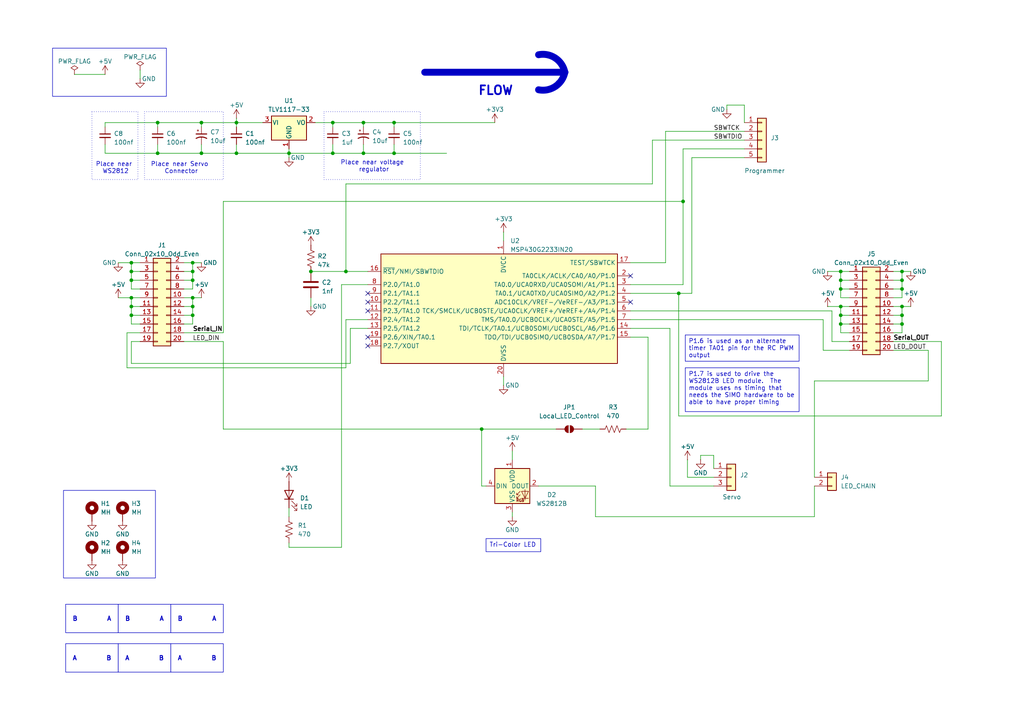
<source format=kicad_sch>
(kicad_sch (version 20231120) (generator "eeschema") (generator_version "8.0")
  (paper "A4")
  (title_block (title "Wooden Mirror"))
  (lib_symbols
    (symbol "Connector_Generic:Conn_01x02" (pin_names (offset 1.016) hide)
      (property "Reference" "J" (at 0 2.54 0))
      (property "Value" "Conn_01x02" (at 0 -5.08 0))
      (symbol "Conn_01x02_1_1"
        (rectangle (start -1.27 -2.413) (end 0 -2.667) (stroke (width 0.1524)))
        (rectangle (start -1.27 0.127) (end 0 -0.127) (stroke (width 0.1524)))
        (rectangle (start -1.27 1.27) (end 1.27 -3.81) (stroke (width 0.254)) (fill (type background)))
        (pin passive line (at -5.08 0 0) (length 3.81) (name "Pin_1") (number "1"))
        (pin passive line (at -5.08 -2.54 0) (length 3.81) (name "Pin_2") (number "2"))
      )
    )
    (symbol "Connector_Generic:Conn_01x03" (pin_names (offset 1.016) hide)
      (property "Reference" "J" (at 0 5.08 0))
      (property "Value" "Conn_01x03" (at 0 -5.08 0))
      (symbol "Conn_01x03_1_1"
        (rectangle (start -1.27 -2.413) (end 0 -2.667) (stroke (width 0.1524)))
        (rectangle (start -1.27 0.127) (end 0 -0.127) (stroke (width 0.1524)))
        (rectangle (start -1.27 2.667) (end 0 2.413) (stroke (width 0.1524)))
        (rectangle (start -1.27 3.81) (end 1.27 -3.81) (stroke (width 0.254)) (fill (type background)))
        (pin passive line (at -5.08 2.54 0) (length 3.81) (name "Pin_1") (number "1"))
        (pin passive line (at -5.08 0 0) (length 3.81) (name "Pin_2") (number "2"))
        (pin passive line (at -5.08 -2.54 0) (length 3.81) (name "Pin_3") (number "3"))
      )
    )
    (symbol "Connector_Generic:Conn_01x05" (pin_names (offset 1.016) hide)
      (property "Reference" "J" (at 0 7.62 0))
      (property "Value" "Conn_01x05" (at 0 -7.62 0))
      (symbol "Conn_01x05_1_1"
        (rectangle (start -1.27 -4.953) (end 0 -5.207) (stroke (width 0.1524)))
        (rectangle (start -1.27 -2.413) (end 0 -2.667) (stroke (width 0.1524)))
        (rectangle (start -1.27 0.127) (end 0 -0.127) (stroke (width 0.1524)))
        (rectangle (start -1.27 2.667) (end 0 2.413) (stroke (width 0.1524)))
        (rectangle (start -1.27 5.207) (end 0 4.953) (stroke (width 0.1524)))
        (rectangle (start -1.27 6.35) (end 1.27 -6.35) (stroke (width 0.254)) (fill (type background)))
        (pin passive line (at -5.08 5.08 0) (length 3.81) (name "Pin_1") (number "1"))
        (pin passive line (at -5.08 2.54 0) (length 3.81) (name "Pin_2") (number "2"))
        (pin passive line (at -5.08 0 0) (length 3.81) (name "Pin_3") (number "3"))
        (pin passive line (at -5.08 -2.54 0) (length 3.81) (name "Pin_4") (number "4"))
        (pin passive line (at -5.08 -5.08 0) (length 3.81) (name "Pin_5") (number "5"))
      )
    )
    (symbol "Connector_Generic:Conn_02x10_Odd_Even" (pin_names (offset 1.016) hide)
      (property "Reference" "J" (at 1.27 12.7 0))
      (property "Value" "Conn_02x10_Odd_Even" (at 1.27 -15.24 0))
      (symbol "Conn_02x10_Odd_Even_1_1"
        (rectangle (start -1.27 -12.573) (end 0 -12.827) (stroke (width 0.1524)))
        (rectangle (start -1.27 -10.033) (end 0 -10.287) (stroke (width 0.1524)))
        (rectangle (start -1.27 -7.493) (end 0 -7.747) (stroke (width 0.1524)))
        (rectangle (start -1.27 -4.953) (end 0 -5.207) (stroke (width 0.1524)))
        (rectangle (start -1.27 -2.413) (end 0 -2.667) (stroke (width 0.1524)))
        (rectangle (start -1.27 0.127) (end 0 -0.127) (stroke (width 0.1524)))
        (rectangle (start -1.27 2.667) (end 0 2.413) (stroke (width 0.1524)))
        (rectangle (start -1.27 5.207) (end 0 4.953) (stroke (width 0.1524)))
        (rectangle (start -1.27 7.747) (end 0 7.493) (stroke (width 0.1524)))
        (rectangle (start -1.27 10.287) (end 0 10.033) (stroke (width 0.1524)))
        (rectangle (start -1.27 11.43) (end 3.81 -13.97) (stroke (width 0.254)) (fill (type background)))
        (rectangle (start 3.81 -12.573) (end 2.54 -12.827) (stroke (width 0.1524)))
        (rectangle (start 3.81 -10.033) (end 2.54 -10.287) (stroke (width 0.1524)))
        (rectangle (start 3.81 -7.493) (end 2.54 -7.747) (stroke (width 0.1524)))
        (rectangle (start 3.81 -4.953) (end 2.54 -5.207) (stroke (width 0.1524)))
        (rectangle (start 3.81 -2.413) (end 2.54 -2.667) (stroke (width 0.1524)))
        (rectangle (start 3.81 0.127) (end 2.54 -0.127) (stroke (width 0.1524)))
        (rectangle (start 3.81 2.667) (end 2.54 2.413) (stroke (width 0.1524)))
        (rectangle (start 3.81 5.207) (end 2.54 4.953) (stroke (width 0.1524)))
        (rectangle (start 3.81 7.747) (end 2.54 7.493) (stroke (width 0.1524)))
        (rectangle (start 3.81 10.287) (end 2.54 10.033) (stroke (width 0.1524)))
        (pin passive line (at -5.08 10.16 0) (length 3.81) (name "Pin_1") (number "1"))
        (pin passive line (at 7.62 0 180) (length 3.81) (name "Pin_10") (number "10"))
        (pin passive line (at -5.08 -2.54 0) (length 3.81) (name "Pin_11") (number "11"))
        (pin passive line (at 7.62 -2.54 180) (length 3.81) (name "Pin_12") (number "12"))
        (pin passive line (at -5.08 -5.08 0) (length 3.81) (name "Pin_13") (number "13"))
        (pin passive line (at 7.62 -5.08 180) (length 3.81) (name "Pin_14") (number "14"))
        (pin passive line (at -5.08 -7.62 0) (length 3.81) (name "Pin_15") (number "15"))
        (pin passive line (at 7.62 -7.62 180) (length 3.81) (name "Pin_16") (number "16"))
        (pin passive line (at -5.08 -10.16 0) (length 3.81) (name "Pin_17") (number "17"))
        (pin passive line (at 7.62 -10.16 180) (length 3.81) (name "Pin_18") (number "18"))
        (pin passive line (at -5.08 -12.7 0) (length 3.81) (name "Pin_19") (number "19"))
        (pin passive line (at 7.62 10.16 180) (length 3.81) (name "Pin_2") (number "2"))
        (pin passive line (at 7.62 -12.7 180) (length 3.81) (name "Pin_20") (number "20"))
        (pin passive line (at -5.08 7.62 0) (length 3.81) (name "Pin_3") (number "3"))
        (pin passive line (at 7.62 7.62 180) (length 3.81) (name "Pin_4") (number "4"))
        (pin passive line (at -5.08 5.08 0) (length 3.81) (name "Pin_5") (number "5"))
        (pin passive line (at 7.62 5.08 180) (length 3.81) (name "Pin_6") (number "6"))
        (pin passive line (at -5.08 2.54 0) (length 3.81) (name "Pin_7") (number "7"))
        (pin passive line (at 7.62 2.54 180) (length 3.81) (name "Pin_8") (number "8"))
        (pin passive line (at -5.08 0 0) (length 3.81) (name "Pin_9") (number "9"))
      )
    )
    (symbol "Device:C" (pin_numbers hide) (pin_names (offset 0.254))
      (property "Reference" "C" (at 0.635 2.54 0))
      (property "Value" "C" (at 0.635 -2.54 0))
      (symbol "C_0_1"
        (polyline (pts (xy -2.032 -0.762) (xy 2.032 -0.762)) (stroke (width 0.508)))
        (polyline (pts (xy -2.032 0.762) (xy 2.032 0.762)) (stroke (width 0.508)))
      )
      (symbol "C_1_1"
        (pin passive line (at 0 3.81 270) (length 2.794) (name "~") (number "1"))
        (pin passive line (at 0 -3.81 90) (length 2.794) (name "~") (number "2"))
      )
    )
    (symbol "Device:C_Polarized_Small_US" (pin_numbers hide) (pin_names (offset 0.254) hide)
      (property "Reference" "C" (at 0.254 1.778 0))
      (property "Value" "C_Polarized_Small_US" (at 0.254 -2.032 0))
      (symbol "C_Polarized_Small_US_0_1"
        (polyline (pts (xy -1.524 0.508) (xy 1.524 0.508)) (stroke (width 0.3048)))
        (polyline (pts (xy -1.27 1.524) (xy -0.762 1.524)))
        (polyline (pts (xy -1.016 1.27) (xy -1.016 1.778)))
        (arc (start 1.524 -0.762) (mid 0 -0.3734) (end -1.524 -0.762) (stroke (width 0.3048)))
      )
      (symbol "C_Polarized_Small_US_1_1"
        (pin passive line (at 0 2.54 270) (length 2.032) (name "~") (number "1"))
        (pin passive line (at 0 -2.54 90) (length 2.032) (name "~") (number "2"))
      )
    )
    (symbol "Device:C_Small" (pin_numbers hide) (pin_names (offset 0.254) hide)
      (property "Reference" "C" (at 0.254 1.778 0))
      (property "Value" "C_Small" (at 0.254 -2.032 0))
      (symbol "C_Small_0_1"
        (polyline (pts (xy -1.524 -0.508) (xy 1.524 -0.508)) (stroke (width 0.3302)))
        (polyline (pts (xy -1.524 0.508) (xy 1.524 0.508)) (stroke (width 0.3048)))
      )
      (symbol "C_Small_1_1"
        (pin passive line (at 0 2.54 270) (length 2.032) (name "~") (number "1"))
        (pin passive line (at 0 -2.54 90) (length 2.032) (name "~") (number "2"))
      )
    )
    (symbol "Device:LED" (pin_numbers hide) (pin_names (offset 1.016) hide)
      (property "Reference" "D" (at 0 2.54 0))
      (property "Value" "LED" (at 0 -2.54 0))
      (symbol "LED_0_1"
        (polyline (pts (xy -1.27 -1.27) (xy -1.27 1.27)) (stroke (width 0.254)))
        (polyline (pts (xy -1.27 0) (xy 1.27 0)))
        (polyline (pts (xy 1.27 -1.27) (xy 1.27 1.27) (xy -1.27 0) (xy 1.27 -1.27)) (stroke (width 0.254)))
        (polyline (pts (xy -3.048 -0.762) (xy -4.572 -2.286) (xy -3.81 -2.286) (xy -4.572 -2.286) (xy -4.572 -1.524)))
        (polyline (pts (xy -1.778 -0.762) (xy -3.302 -2.286) (xy -2.54 -2.286) (xy -3.302 -2.286) (xy -3.302 -1.524)))
      )
      (symbol "LED_1_1"
        (pin passive line (at -3.81 0 0) (length 2.54) (name "K") (number "1"))
        (pin passive line (at 3.81 0 180) (length 2.54) (name "A") (number "2"))
      )
    )
    (symbol "Device:R_US" (pin_numbers hide) (pin_names (offset 0))
      (property "Reference" "R" (at 2.54 0 90))
      (property "Value" "R_US" (at -2.54 0 90))
      (symbol "R_US_0_1"
        (polyline (pts (xy 0 -2.286) (xy 0 -2.54)))
        (polyline (pts (xy 0 2.286) (xy 0 2.54)))
        (polyline (pts (xy 0 -0.762) (xy 1.016 -1.143) (xy 0 -1.524) (xy -1.016 -1.905) (xy 0 -2.286)))
        (polyline (pts (xy 0 0.762) (xy 1.016 0.381) (xy 0 0) (xy -1.016 -0.381) (xy 0 -0.762)))
        (polyline (pts (xy 0 2.286) (xy 1.016 1.905) (xy 0 1.524) (xy -1.016 1.143) (xy 0 0.762)))
      )
      (symbol "R_US_1_1"
        (pin passive line (at 0 3.81 270) (length 1.27) (name "~") (number "1"))
        (pin passive line (at 0 -3.81 90) (length 1.27) (name "~") (number "2"))
      )
    )
    (symbol "Jumper:SolderJumper_2_Open" (pin_numbers hide) (pin_names (offset 0) hide) (exclude_from_sim yes) (in_bom no)
      (property "Reference" "JP" (at 0 2.032 0))
      (property "Value" "SolderJumper_2_Open" (at 0 -2.54 0))
      (symbol "SolderJumper_2_Open_0_1"
        (arc (start -0.254 1.016) (mid -1.2656 0) (end -0.254 -1.016))
        (arc (start -0.254 1.016) (mid -1.2656 0) (end -0.254 -1.016) (fill (type outline)))
        (polyline (pts (xy -0.254 1.016) (xy -0.254 -1.016)))
        (polyline (pts (xy 0.254 1.016) (xy 0.254 -1.016)))
        (arc (start 0.254 -1.016) (mid 1.2656 0) (end 0.254 1.016))
        (arc (start 0.254 -1.016) (mid 1.2656 0) (end 0.254 1.016) (fill (type outline)))
      )
      (symbol "SolderJumper_2_Open_1_1"
        (pin passive line (at -3.81 0 0) (length 2.54) (name "A") (number "1"))
        (pin passive line (at 3.81 0 180) (length 2.54) (name "B") (number "2"))
      )
    )
    (symbol "LED:WS2812B" (pin_names (offset 0.254))
      (property "Reference" "D" (at 5.08 5.715 0))
      (property "Value" "WS2812B" (at 1.27 -5.715 0))
      (symbol "WS2812B_0_0"
        (text "RGB" (at 2.286 -4.191 0) (effects (font (size 0.762 0.762))))
      )
      (symbol "WS2812B_0_1"
        (polyline (pts (xy 1.27 -3.556) (xy 1.778 -3.556)))
        (polyline (pts (xy 1.27 -2.54) (xy 1.778 -2.54)))
        (polyline (pts (xy 4.699 -3.556) (xy 2.667 -3.556)))
        (polyline (pts (xy 2.286 -2.54) (xy 1.27 -3.556) (xy 1.27 -3.048)))
        (polyline (pts (xy 2.286 -1.524) (xy 1.27 -2.54) (xy 1.27 -2.032)))
        (polyline (pts (xy 3.683 -1.016) (xy 3.683 -3.556) (xy 3.683 -4.064)))
        (polyline (pts (xy 4.699 -1.524) (xy 2.667 -1.524) (xy 3.683 -3.556) (xy 4.699 -1.524)))
        (rectangle (start 5.08 5.08) (end -5.08 -5.08) (stroke (width 0.254)) (fill (type background)))
      )
      (symbol "WS2812B_1_1"
        (pin power_in line (at 0 7.62 270) (length 2.54) (name "VDD") (number "1"))
        (pin output line (at 7.62 0 180) (length 2.54) (name "DOUT") (number "2"))
        (pin power_in line (at 0 -7.62 90) (length 2.54) (name "VSS") (number "3"))
        (pin input line (at -7.62 0 0) (length 2.54) (name "DIN") (number "4"))
      )
    )
    (symbol "MCU_Texas_MSP430:MSP430G2233IN20"
      (property "Reference" "U" (at -30.48 17.78 0))
      (property "Value" "MSP430G2233IN20" (at 26.67 -16.51 0))
      (symbol "MSP430G2233IN20_0_1"
        (rectangle (start -34.29 16.51) (end 34.29 -15.24) (stroke (width 0.254)) (fill (type background)))
      )
      (symbol "MSP430G2233IN20_1_1"
        (pin power_in line (at 1.27 20.32 270) (length 3.81) (name "DVCC") (number "1"))
        (pin bidirectional line (at -38.1 2.54 0) (length 3.81) (name "P2.2/TA1.1") (number "10"))
        (pin bidirectional line (at -38.1 0 0) (length 3.81) (name "P2.3/TA1.0") (number "11"))
        (pin bidirectional line (at -38.1 -2.54 0) (length 3.81) (name "P2.4/TA1.2") (number "12"))
        (pin bidirectional line (at -38.1 -5.08 0) (length 3.81) (name "P2.5/TA1.2") (number "13"))
        (pin bidirectional line (at 38.1 -5.08 180) (length 3.81) (name "TDI/TCLK/TA0.1/UCB0SOMI/UCB0SCL/A6/P1.6") (number "14"))
        (pin bidirectional line (at 38.1 -7.62 180) (length 3.81) (name "TDO/TDI/UCB0SIMO/UCB0SDA/A7/P1.7") (number "15"))
        (pin input line (at -38.1 11.43 0) (length 3.81) (name "~{RST}/NMI/SBWTDIO") (number "16"))
        (pin input line (at 38.1 13.97 180) (length 3.81) (name "TEST/SBWTCK") (number "17"))
        (pin bidirectional line (at -38.1 -10.16 0) (length 3.81) (name "P2.7/XOUT") (number "18"))
        (pin bidirectional line (at -38.1 -7.62 0) (length 3.81) (name "P2.6/XIN/TA0.1") (number "19"))
        (pin bidirectional line (at 38.1 10.16 180) (length 3.81) (name "TA0CLK/ACLK/CA0/A0/P1.0") (number "2"))
        (pin power_in line (at 1.27 -19.05 90) (length 3.81) (name "DVSS") (number "20"))
        (pin bidirectional line (at 38.1 7.62 180) (length 3.81) (name "TA0.0/UCA0RXD/UCA0SOMI/A1/P1.1") (number "3"))
        (pin bidirectional line (at 38.1 5.08 180) (length 3.81) (name "TA0.1/UCA0TXD/UCA0SIMO/A2/P1.2") (number "4"))
        (pin bidirectional line (at 38.1 2.54 180) (length 3.81) (name "ADC10CLK/VREF-/VeREF-/A3/P1.3") (number "5"))
        (pin bidirectional line (at 38.1 0 180) (length 3.81) (name "TCK/SMCLK/UCB0STE/UCA0CLK/VREF+/VeREF+/A4/P1.4") (number "6"))
        (pin bidirectional line (at 38.1 -2.54 180) (length 3.81) (name "TMS/TA0.0/UCB0CLK/UCA0STE/A5/P1.5") (number "7"))
        (pin bidirectional line (at -38.1 7.62 0) (length 3.81) (name "P2.0/TA1.0") (number "8"))
        (pin bidirectional line (at -38.1 5.08 0) (length 3.81) (name "P2.1/TA1.1") (number "9"))
      )
    )
    (symbol "Mechanical:MountingHole_Pad" (pin_numbers hide) (pin_names (offset 1.016) hide) (exclude_from_sim yes) (in_bom no)
      (property "Reference" "H" (at 0 6.35 0))
      (property "Value" "MountingHole_Pad" (at 0 4.445 0))
      (symbol "MountingHole_Pad_0_1"
        (circle (center 0 1.27) (radius 1.27) (stroke (width 1.27)))
      )
      (symbol "MountingHole_Pad_1_1"
        (pin input line (at 0 -2.54 90) (length 2.54) (name "1") (number "1"))
      )
    )
    (symbol "Regulator_Linear:TLV1117-33" (pin_names (offset 0.254))
      (property "Reference" "U" (at -3.81 3.175 0))
      (property "Value" "TLV1117-33" (at 0 3.175 0))
      (symbol "TLV1117-33_0_1"
        (rectangle (start -5.08 -5.08) (end 5.08 1.905) (stroke (width 0.254)) (fill (type background)))
      )
      (symbol "TLV1117-33_1_1"
        (pin power_in line (at 0 -7.62 90) (length 2.54) (name "GND") (number "1"))
        (pin power_out line (at 7.62 0 180) (length 2.54) (name "VO") (number "2"))
        (pin power_in line (at -7.62 0 0) (length 2.54) (name "VI") (number "3"))
      )
    )
    (symbol "power:+3V3" (power) (pin_numbers hide) (pin_names (offset 0) hide)
      (property "Value" "+3V3" (at 0 3.556 0))
      (symbol "+3V3_0_1"
        (polyline (pts (xy -0.762 1.27) (xy 0 2.54)))
        (polyline (pts (xy 0 0) (xy 0 2.54)))
        (polyline (pts (xy 0 2.54) (xy 0.762 1.27)))
      )
      (symbol "+3V3_1_1"
        (pin power_in line (at 0 0 90) (length 0) (name "~") (number "1"))
      )
    )
    (symbol "power:+5V" (power) (pin_numbers hide) (pin_names (offset 0) hide)
      (property "Value" "+5V" (at 0 3.556 0))
      (symbol "+5V_0_1"
        (polyline (pts (xy -0.762 1.27) (xy 0 2.54)))
        (polyline (pts (xy 0 0) (xy 0 2.54)))
        (polyline (pts (xy 0 2.54) (xy 0.762 1.27)))
      )
      (symbol "+5V_1_1"
        (pin power_in line (at 0 0 90) (length 0) (name "~") (number "1"))
      )
    )
    (symbol "power:GND" (power) (pin_numbers hide) (pin_names (offset 0) hide)
      (property "Value" "GND" (at 0 -3.81 0))
      (symbol "GND_0_1"
        (polyline (pts (xy 0 0) (xy 0 -1.27) (xy 1.27 -1.27) (xy 0 -2.54) (xy -1.27 -1.27) (xy 0 -1.27)))
      )
      (symbol "GND_1_1"
        (pin power_in line (at 0 0 270) (length 0) (name "~") (number "1"))
      )
    )
    (symbol "power:PWR_FLAG" (power) (pin_numbers hide) (pin_names (offset 0) hide)
      (property "Value" "PWR_FLAG" (at 0 3.81 0))
      (symbol "PWR_FLAG_0_0"
        (pin power_out line (at 0 0 90) (length 0) (name "~") (number "1"))
      )
      (symbol "PWR_FLAG_0_1"
        (polyline (pts (xy 0 0) (xy 0 1.27) (xy -1.016 1.905) (xy 0 2.54) (xy 1.016 1.905) (xy 0 1.27)))
      )
    )
  )
  (junction (at 96.52 44.45))
  (junction (at 114.3 44.45))
  (junction (at 58.42 44.45))
  (junction (at 38.1 86.36))
  (junction (at 196.85 85.09))
  (junction (at 261.62 81.28))
  (junction (at 261.62 78.74))
  (junction (at 55.88 86.36))
  (junction (at 38.1 78.74))
  (junction (at 100.33 78.74))
  (junction (at 261.62 93.98))
  (junction (at 243.84 81.28))
  (junction (at 68.58 35.56))
  (junction (at 55.88 76.2))
  (junction (at 38.1 91.44))
  (junction (at 68.58 44.45))
  (junction (at 55.88 78.74))
  (junction (at 243.84 88.9))
  (junction (at 139.7 124.46))
  (junction (at 243.84 83.82))
  (junction (at 243.84 93.98))
  (junction (at 261.62 83.82))
  (junction (at 45.72 35.56))
  (junction (at 55.88 88.9))
  (junction (at 243.84 78.74))
  (junction (at 261.62 88.9))
  (junction (at 38.1 81.28))
  (junction (at 114.3 35.56))
  (junction (at 58.42 35.56))
  (junction (at 83.82 44.45))
  (junction (at 198.12 58.42))
  (junction (at 105.41 35.56))
  (junction (at 55.88 91.44))
  (junction (at 90.17 78.74))
  (junction (at 38.1 88.9))
  (junction (at 261.62 91.44))
  (junction (at 105.41 44.45))
  (junction (at 55.88 81.28))
  (junction (at 45.72 44.45))
  (junction (at 38.1 76.2))
  (junction (at 96.52 35.56))
  (junction (at 243.84 91.44))
  (no_connect (at 182.88 87.63))
  (no_connect (at 106.68 100.33))
  (no_connect (at 106.68 85.09))
  (no_connect (at 106.68 90.17))
  (no_connect (at 106.68 97.79))
  (no_connect (at 182.88 80.01))
  (no_connect (at 106.68 87.63))
  (wire (pts (xy 101.6 95.25) (xy 106.68 95.25)))
  (wire (pts (xy 53.34 88.9) (xy 55.88 88.9)))
  (wire (pts (xy 193.04 38.1) (xy 215.9 38.1)))
  (wire (pts (xy 148.59 149.86) (xy 148.59 148.59)))
  (wire (pts (xy 38.1 93.98) (xy 38.1 91.44)))
  (wire (pts (xy 30.48 35.56) (xy 30.48 36.83)))
  (wire (pts (xy 246.38 86.36) (xy 243.84 86.36)))
  (wire (pts (xy 146.05 67.31) (xy 146.05 69.85)))
  (wire (pts (xy 156.21 140.97) (xy 172.72 140.97)))
  (wire (pts (xy 261.62 96.52) (xy 261.62 93.98)))
  (wire (pts (xy 261.62 93.98) (xy 261.62 91.44)))
  (wire (pts (xy 259.08 88.9) (xy 261.62 88.9)))
  (polyline (pts (xy 123.19 20.955) (xy 163.83 20.955)) (stroke (width 2)))
  (wire (pts (xy 100.33 53.34) (xy 100.33 78.74)))
  (wire (pts (xy 40.64 96.52) (xy 36.83 96.52)))
  (wire (pts (xy 36.83 106.68) (xy 100.33 106.68)))
  (wire (pts (xy 83.82 44.45) (xy 83.82 45.72)))
  (wire (pts (xy 194.31 140.97) (xy 207.01 140.97)))
  (wire (pts (xy 96.52 41.91) (xy 96.52 44.45)))
  (wire (pts (xy 259.08 101.6) (xy 269.24 101.6)))
  (wire (pts (xy 91.44 35.56) (xy 96.52 35.56)))
  (wire (pts (xy 100.33 106.68) (xy 100.33 92.71)))
  (wire (pts (xy 34.29 86.36) (xy 38.1 86.36)))
  (wire (pts (xy 64.77 124.46) (xy 139.7 124.46)))
  (wire (pts (xy 64.77 99.06) (xy 64.77 124.46)))
  (wire (pts (xy 40.64 91.44) (xy 38.1 91.44)))
  (wire (pts (xy 45.72 35.56) (xy 58.42 35.56)))
  (wire (pts (xy 196.85 85.09) (xy 200.66 85.09)))
  (wire (pts (xy 207.01 135.89) (xy 207.01 132.08)))
  (wire (pts (xy 246.38 81.28) (xy 243.84 81.28)))
  (wire (pts (xy 181.61 124.46) (xy 187.96 124.46)))
  (wire (pts (xy 246.38 93.98) (xy 243.84 93.98)))
  (wire (pts (xy 55.88 88.9) (xy 55.88 86.36)))
  (wire (pts (xy 238.76 101.6) (xy 246.38 101.6)))
  (wire (pts (xy 259.08 86.36) (xy 261.62 86.36)))
  (wire (pts (xy 83.82 44.45) (xy 96.52 44.45)))
  (wire (pts (xy 101.6 105.41) (xy 101.6 95.25)))
  (wire (pts (xy 182.88 82.55) (xy 198.12 82.55)))
  (wire (pts (xy 53.34 83.82) (xy 55.88 83.82)))
  (wire (pts (xy 83.82 147.32) (xy 83.82 149.86)))
  (wire (pts (xy 196.85 120.65) (xy 273.05 120.65)))
  (wire (pts (xy 38.1 91.44) (xy 38.1 88.9)))
  (wire (pts (xy 172.72 140.97) (xy 172.72 149.86)))
  (wire (pts (xy 182.88 95.25) (xy 194.31 95.25)))
  (wire (pts (xy 68.58 35.56) (xy 76.2 35.56)))
  (wire (pts (xy 105.41 35.56) (xy 105.41 36.83)))
  (wire (pts (xy 243.84 93.98) (xy 243.84 91.44)))
  (wire (pts (xy 246.38 96.52) (xy 243.84 96.52)))
  (wire (pts (xy 269.24 110.49) (xy 269.24 101.6)))
  (wire (pts (xy 40.64 76.2) (xy 38.1 76.2)))
  (wire (pts (xy 189.23 40.64) (xy 215.9 40.64)))
  (wire (pts (xy 194.31 95.25) (xy 194.31 140.97)))
  (wire (pts (xy 246.38 78.74) (xy 243.84 78.74)))
  (wire (pts (xy 30.48 44.45) (xy 45.72 44.45)))
  (wire (pts (xy 261.62 91.44) (xy 261.62 88.9)))
  (wire (pts (xy 99.06 82.55) (xy 99.06 158.75)))
  (wire (pts (xy 100.33 78.74) (xy 106.68 78.74)))
  (wire (pts (xy 38.1 83.82) (xy 38.1 81.28)))
  (wire (pts (xy 90.17 88.9) (xy 90.17 86.36)))
  (wire (pts (xy 53.34 86.36) (xy 55.88 86.36)))
  (wire (pts (xy 243.84 86.36) (xy 243.84 83.82)))
  (wire (pts (xy 261.62 88.9) (xy 264.16 88.9)))
  (wire (pts (xy 196.85 120.65) (xy 196.85 85.09)))
  (wire (pts (xy 40.64 93.98) (xy 38.1 93.98)))
  (wire (pts (xy 30.48 41.91) (xy 30.48 44.45)))
  (wire (pts (xy 240.03 88.9) (xy 243.84 88.9)))
  (wire (pts (xy 55.88 86.36) (xy 58.42 86.36)))
  (wire (pts (xy 199.39 133.35) (xy 199.39 138.43)))
  (wire (pts (xy 40.64 83.82) (xy 38.1 83.82)))
  (wire (pts (xy 246.38 91.44) (xy 243.84 91.44)))
  (wire (pts (xy 38.1 86.36) (xy 40.64 86.36)))
  (wire (pts (xy 45.72 35.56) (xy 45.72 36.83)))
  (wire (pts (xy 259.08 99.06) (xy 273.05 99.06)))
  (wire (pts (xy 106.68 82.55) (xy 99.06 82.55)))
  (wire (pts (xy 53.34 78.74) (xy 55.88 78.74)))
  (wire (pts (xy 40.64 88.9) (xy 38.1 88.9)))
  (wire (pts (xy 53.34 76.2) (xy 55.88 76.2)))
  (wire (pts (xy 236.22 149.86) (xy 236.22 140.97)))
  (wire (pts (xy 45.72 44.45) (xy 45.72 41.91)))
  (wire (pts (xy 259.08 78.74) (xy 261.62 78.74)))
  (wire (pts (xy 203.2 132.08) (xy 203.2 133.35)))
  (wire (pts (xy 199.39 138.43) (xy 207.01 138.43)))
  (wire (pts (xy 114.3 44.45) (xy 114.3 41.91)))
  (wire (pts (xy 83.82 158.75) (xy 83.82 157.48)))
  (wire (pts (xy 68.58 44.45) (xy 68.58 41.91)))
  (wire (pts (xy 259.08 91.44) (xy 261.62 91.44)))
  (wire (pts (xy 105.41 35.56) (xy 114.3 35.56)))
  (wire (pts (xy 58.42 41.91) (xy 58.42 44.45)))
  (wire (pts (xy 210.82 30.48) (xy 210.82 31.75)))
  (wire (pts (xy 58.42 44.45) (xy 68.58 44.45)))
  (wire (pts (xy 215.9 35.56) (xy 215.9 30.48)))
  (wire (pts (xy 36.83 96.52) (xy 36.83 106.68)))
  (wire (pts (xy 114.3 35.56) (xy 143.51 35.56)))
  (wire (pts (xy 58.42 44.45) (xy 45.72 44.45)))
  (wire (pts (xy 53.34 81.28) (xy 55.88 81.28)))
  (wire (pts (xy 53.34 91.44) (xy 55.88 91.44)))
  (wire (pts (xy 53.34 96.52) (xy 64.77 96.52)))
  (wire (pts (xy 38.1 99.06) (xy 38.1 105.41)))
  (wire (pts (xy 243.84 96.52) (xy 243.84 93.98)))
  (wire (pts (xy 96.52 35.56) (xy 105.41 35.56)))
  (wire (pts (xy 200.66 45.72) (xy 215.9 45.72)))
  (wire (pts (xy 53.34 99.06) (xy 64.77 99.06)))
  (wire (pts (xy 38.1 105.41) (xy 101.6 105.41)))
  (wire (pts (xy 187.96 97.79) (xy 187.96 124.46)))
  (wire (pts (xy 261.62 78.74) (xy 264.16 78.74)))
  (wire (pts (xy 189.23 40.64) (xy 189.23 53.34)))
  (wire (pts (xy 114.3 35.56) (xy 114.3 36.83)))
  (wire (pts (xy 259.08 96.52) (xy 261.62 96.52)))
  (wire (pts (xy 243.84 88.9) (xy 243.84 91.44)))
  (wire (pts (xy 198.12 43.18) (xy 198.12 58.42)))
  (wire (pts (xy 182.88 85.09) (xy 196.85 85.09)))
  (wire (pts (xy 114.3 44.45) (xy 129.54 44.45)))
  (wire (pts (xy 182.88 90.17) (xy 241.3 90.17)))
  (wire (pts (xy 259.08 81.28) (xy 261.62 81.28)))
  (wire (pts (xy 189.23 53.34) (xy 100.33 53.34)))
  (wire (pts (xy 261.62 86.36) (xy 261.62 83.82)))
  (wire (pts (xy 182.88 76.2) (xy 193.04 76.2)))
  (wire (pts (xy 64.77 58.42) (xy 64.77 96.52)))
  (wire (pts (xy 238.76 92.71) (xy 238.76 101.6)))
  (wire (pts (xy 146.05 109.22) (xy 146.05 111.76)))
  (wire (pts (xy 193.04 38.1) (xy 193.04 76.2)))
  (wire (pts (xy 207.01 132.08) (xy 203.2 132.08)))
  (wire (pts (xy 241.3 99.06) (xy 246.38 99.06)))
  (wire (pts (xy 68.58 34.29) (xy 68.58 35.56)))
  (wire (pts (xy 55.88 78.74) (xy 55.88 81.28)))
  (wire (pts (xy 182.88 97.79) (xy 187.96 97.79)))
  (wire (pts (xy 55.88 91.44) (xy 55.88 88.9)))
  (wire (pts (xy 259.08 93.98) (xy 261.62 93.98)))
  (wire (pts (xy 96.52 44.45) (xy 105.41 44.45)))
  (wire (pts (xy 55.88 76.2) (xy 55.88 78.74)))
  (wire (pts (xy 236.22 138.43) (xy 236.22 110.49)))
  (wire (pts (xy 64.77 58.42) (xy 198.12 58.42)))
  (wire (pts (xy 68.58 35.56) (xy 68.58 36.83)))
  (wire (pts (xy 105.41 44.45) (xy 114.3 44.45)))
  (wire (pts (xy 38.1 86.36) (xy 38.1 88.9)))
  (wire (pts (xy 148.59 130.81) (xy 148.59 133.35)))
  (wire (pts (xy 38.1 76.2) (xy 38.1 78.74)))
  (wire (pts (xy 236.22 110.49) (xy 269.24 110.49)))
  (wire (pts (xy 243.84 81.28) (xy 243.84 83.82)))
  (wire (pts (xy 21.59 21.59) (xy 30.48 21.59)))
  (wire (pts (xy 100.33 92.71) (xy 106.68 92.71)))
  (wire (pts (xy 30.48 35.56) (xy 45.72 35.56)))
  (wire (pts (xy 243.84 83.82) (xy 246.38 83.82)))
  (wire (pts (xy 90.17 78.74) (xy 100.33 78.74)))
  (wire (pts (xy 241.3 90.17) (xy 241.3 99.06)))
  (wire (pts (xy 55.88 76.2) (xy 58.42 76.2)))
  (wire (pts (xy 83.82 44.45) (xy 68.58 44.45)))
  (wire (pts (xy 198.12 58.42) (xy 198.12 82.55)))
  (wire (pts (xy 83.82 43.18) (xy 83.82 44.45)))
  (wire (pts (xy 215.9 30.48) (xy 210.82 30.48)))
  (wire (pts (xy 261.62 78.74) (xy 261.62 81.28)))
  (wire (pts (xy 53.34 93.98) (xy 55.88 93.98)))
  (wire (pts (xy 55.88 93.98) (xy 55.88 91.44)))
  (wire (pts (xy 259.08 83.82) (xy 261.62 83.82)))
  (wire (pts (xy 243.84 78.74) (xy 243.84 81.28)))
  (wire (pts (xy 38.1 81.28) (xy 40.64 81.28)))
  (wire (pts (xy 273.05 99.06) (xy 273.05 120.65)))
  (wire (pts (xy 105.41 44.45) (xy 105.41 41.91)))
  (wire (pts (xy 40.64 78.74) (xy 38.1 78.74)))
  (wire (pts (xy 182.88 92.71) (xy 238.76 92.71)))
  (wire (pts (xy 58.42 35.56) (xy 68.58 35.56)))
  (wire (pts (xy 34.29 76.2) (xy 38.1 76.2)))
  (wire (pts (xy 168.91 124.46) (xy 173.99 124.46)))
  (wire (pts (xy 200.66 45.72) (xy 200.66 85.09)))
  (wire (pts (xy 58.42 35.56) (xy 58.42 36.83)))
  (wire (pts (xy 38.1 78.74) (xy 38.1 81.28)))
  (wire (pts (xy 139.7 124.46) (xy 161.29 124.46)))
  (wire (pts (xy 40.64 99.06) (xy 38.1 99.06)))
  (wire (pts (xy 99.06 158.75) (xy 83.82 158.75)))
  (wire (pts (xy 240.03 78.74) (xy 243.84 78.74)))
  (wire (pts (xy 40.64 20.32) (xy 40.64 22.86)))
  (wire (pts (xy 139.7 140.97) (xy 140.97 140.97)))
  (wire (pts (xy 55.88 83.82) (xy 55.88 81.28)))
  (wire (pts (xy 261.62 81.28) (xy 261.62 83.82)))
  (wire (pts (xy 243.84 88.9) (xy 246.38 88.9)))
  (wire (pts (xy 172.72 149.86) (xy 236.22 149.86)))
  (wire (pts (xy 139.7 124.46) (xy 139.7 140.97)))
  (wire (pts (xy 96.52 35.56) (xy 96.52 36.83)))
  (wire (pts (xy 198.12 43.18) (xy 215.9 43.18)))
  (rectangle (start 18.415 142.24) (end 45.085 167.64))
  (arc (start 156.21 15.875) (mid 161.0703 16.8396) (end 163.83 20.955) (stroke (width 2)))
  (rectangle (start 93.98 32.385) (end 121.92 52.07) (stroke (width 0) (type dot)))
  (arc (start 163.83 20.955) (mid 161.0721 25.0731) (end 156.21 26.035) (stroke (width 2)))
  (arc (start 161.29 23.495) (mid 161.29 23.495) (end 161.29 23.495))
  (rectangle (start 15.24 13.97) (end 48.26 27.94))
  (rectangle (start 41.91 32.385) (end 64.77 52.07) (stroke (width 0) (type dot)))
  (rectangle (start 26.67 32.385) (end 40.005 52.07) (stroke (width 0) (type dot)))
  (text_box "Tri-Color LED" (at 140.97 156.21 0) (size 15.875 3.81) (effects (font (size 1.27 1.27)) (justify left top)))
  (text_box "A         B" (at 34.29 186.69 0) (size 15.24 8.255) (effects (font (size 1.27 1.27) (thickness 0.254) (bold yes))))
  (text_box "P1.7 is used to drive the WS2812B LED module.  The module uses ns timing that needs the SIMO hardware to be able to have proper timing\n" (at 198.755 106.68 0) (size 33.02 12.7) (effects (font (size 1.27 1.27)) (justify left top)))
  (text_box "B         A" (at 34.29 175.26 0) (size 15.24 8.255) (effects (font (size 1.27 1.27) (thickness 0.254) (bold yes))))
  (text_box "B         A" (at 49.53 175.26 0) (size 15.24 8.255) (effects (font (size 1.27 1.27) (thickness 0.254) (bold yes))))
  (text_box "B         A" (at 19.05 175.26 0) (size 15.24 8.255) (effects (font (size 1.27 1.27) (thickness 0.254) (bold yes))))
  (text_box "A         B" (at 19.05 186.69 0) (size 15.24 8.255) (effects (font (size 1.27 1.27) (thickness 0.254) (bold yes))))
  (text_box "A         B" (at 49.53 186.69 0) (size 15.24 8.255) (effects (font (size 1.27 1.27) (thickness 0.254) (bold yes))))
  (text_box "P1.6 is used as an alternate timer TA01 pin for the RC PWM output" (at 198.755 97.155 0) (size 33.02 7.62) (effects (font (size 1.27 1.27)) (justify left top)))
  (text "Place near Servo \nConnector" (at 52.578 48.768 0) (effects (font (size 1.27 1.27))))
  (text "Place near voltage \nregulator" (at 108.458 48.26 0) (effects (font (size 1.27 1.27))))
  (text "Place near \nWS2812" (at 33.528 48.768 0) (effects (font (size 1.27 1.27))))
  (text "FLOW\n" (at 143.764 26.416 0) (effects (font (size 2.54 2.54) (thickness 0.508) (bold yes))))
  (label "SBWTDIO" (at 207.01 40.64 0))
  (label "Serial_IN" (at 55.88 96.52 0) (effects (font (bold yes))))
  (label "SBWTCK" (at 207.01 38.1 0))
  (label "LED_DOUT" (at 259.08 101.6 0))
  (label "LED_DIN" (at 55.88 99.06 0))
  (label "Serial_OUT" (at 259.08 99.06 0) (effects (font (bold yes))))
  (symbol (lib_id "power:+3V3") (at 83.82 139.7 0) (unit 1)
    (property "Reference" "#PWR09" (effects (hide yes)))
    (property "Value" "+3V3" (at 83.82 135.89 0))
    (property "Description" "Power symbol creates a global label with name \"+3V3\"" (effects (hide yes)))
  )
  (symbol (lib_id "power:+5V") (at 68.58 34.29 0) (unit 1)
    (property "Reference" "#PWR07" (effects (hide yes)))
    (property "Value" "+5V" (at 68.58 30.48 0))
    (property "Description" "Power symbol creates a global label with name \"+5V\"" (effects (hide yes)))
  )
  (symbol (lib_id "Mechanical:MountingHole_Pad") (at 35.56 160.02 0) (unit 1) (exclude_from_sim yes) (in_bom no)
    (property "Reference" "H4" (at 38.1 157.4799 0) (effects (justify left)))
    (property "Value" "MH" (at 38.1 160.0199 0) (effects (justify left)))
    (property "Footprint" "MountingHole:MountingHole_3.2mm_M3_Pad" (effects (hide yes)))
    (property "Description" "Mounting Hole with connection" (effects (hide yes)))
  )
  (symbol (lib_id "power:+5V") (at 58.42 86.36 0) (unit 1)
    (property "Reference" "#PWR06" (effects (hide yes)))
    (property "Value" "+5V" (at 58.42 82.55 0))
    (property "Description" "Power symbol creates a global label with name \"+5V\"" (effects (hide yes)))
  )
  (symbol (lib_id "Device:C") (at 90.17 82.55 0) (unit 1)
    (property "Reference" "C2" (at 93.345 81.915 0) (effects (justify left)))
    (property "Value" "1nf" (at 93.345 84.455 0) (effects (justify left)))
    (property "Footprint" "Capacitor_THT:C_Rect_L4.0mm_W2.5mm_P2.50mm" (effects (hide yes)))
    (property "Description" "Unpolarized capacitor" (effects (hide yes)))
  )
  (symbol (lib_id "power:+5V") (at 199.39 133.35 0) (unit 1)
    (property "Reference" "#PWR018" (effects (hide yes)))
    (property "Value" "+5V" (at 199.39 129.54 0))
    (property "Description" "Power symbol creates a global label with name \"+5V\"" (effects (hide yes)))
  )
  (symbol (lib_id "power:+5V") (at 264.16 88.9 0) (unit 1)
    (property "Reference" "#PWR023" (effects (hide yes)))
    (property "Value" "+5V" (at 264.16 85.09 0))
    (property "Description" "Power symbol creates a global label with name \"+5V\"" (effects (hide yes)))
  )
  (symbol (lib_id "power:GND") (at 35.56 151.13 0) (unit 1)
    (property "Reference" "#PWR025" (effects (hide yes)))
    (property "Value" "GND" (at 35.56 154.94 0))
    (property "Description" "Power symbol creates a global label with name \"GND\" , ground" (effects (hide yes)))
  )
  (symbol (lib_id "LED:WS2812B") (at 148.59 140.97 0) (unit 1) (exclude_from_sim yes)
    (property "Reference" "D2" (at 160.02 143.51 0))
    (property "Value" "WS2812B" (at 160.02 146.05 0))
    (property "Footprint" "LED_SMD:LED_WS2812B_PLCC4_5.0x5.0mm_P3.2mm" (effects (hide yes)))
    (property "Datasheet" "https://cdn-shop.adafruit.com/datasheets/WS2812B.pdf" (effects (hide yes)))
    (property "Description" "RGB LED with integrated controller" (effects (hide yes)))
  )
  (symbol (lib_id "Connector_Generic:Conn_01x03") (at 212.09 138.43 0) (unit 1) (exclude_from_sim yes)
    (property "Reference" "J2" (at 214.63 137.795 0) (effects (justify left)))
    (property "Value" "Servo" (at 209.55 144.145 0) (effects (justify left)))
    (property "Footprint" "Connector_PinHeader_2.54mm:PinHeader_1x03_P2.54mm_Vertical" (effects (hide yes)))
    (property "Description" "Generic connector, single row, 01x03, script generated (kicad-library-utils/schlib/autogen/connector/)" (effects (hide yes)))
  )
  (symbol (lib_id "Device:R_US") (at 83.82 153.67 0) (unit 1)
    (property "Reference" "R1" (at 86.36 152.3999 0) (effects (justify left)))
    (property "Value" "470" (at 86.36 154.9399 0) (effects (justify left)))
    (property "Footprint" "Resistor_THT:R_Axial_DIN0207_L6.3mm_D2.5mm_P7.62mm_Horizontal" (effects (hide yes)))
    (property "Description" "Resistor, US symbol" (effects (hide yes)))
  )
  (symbol (lib_id "MCU_Texas_MSP430:MSP430G2233IN20") (at 144.78 90.17 0) (unit 1) (exclude_from_sim yes)
    (property "Reference" "U2" (at 148.0059 69.85 0) (effects (justify left)))
    (property "Value" "MSP430G2233IN20" (at 148.0059 72.39 0) (effects (justify left)))
    (property "Footprint" "Package_DIP:DIP-20_W7.62mm" (effects (hide yes)))
    (property "Datasheet" "http://www.ti.com/lit/ds/symlink/msp430g2233.pdf" (effects (hide yes)))
    (property "Description" "2kB Flash, 256B RAM, DIP-20" (effects (hide yes)))
  )
  (symbol (lib_id "Connector_Generic:Conn_02x10_Odd_Even") (at 251.46 88.9 0) (unit 1) (exclude_from_sim yes)
    (property "Reference" "J5" (at 252.73 73.66 0))
    (property "Value" "Conn_02x10_Odd_Even" (at 252.73 76.2 0))
    (property "Footprint" "Connector_PinHeader_2.54mm:PinHeader_2x10_P2.54mm_Vertical" (effects (hide yes)))
    (property "Description" "Generic connector, double row, 02x10, odd/even pin numbering scheme (row 1 odd numbers, row 2 even numbers), script generated (kicad-library-utils/schlib/autogen/connector/)" (effects (hide yes)))
  )
  (symbol (lib_id "power:+3V3") (at 143.51 35.56 0) (unit 1)
    (property "Reference" "#PWR016" (effects (hide yes)))
    (property "Value" "+3V3" (at 143.51 31.75 0))
    (property "Description" "Power symbol creates a global label with name \"+3V3\"" (effects (hide yes)))
  )
  (symbol (lib_id "Mechanical:MountingHole_Pad") (at 26.67 160.02 0) (unit 1) (exclude_from_sim yes) (in_bom no)
    (property "Reference" "H2" (at 29.21 157.4799 0) (effects (justify left)))
    (property "Value" "MH" (at 29.21 160.0199 0) (effects (justify left)))
    (property "Footprint" "MountingHole:MountingHole_3.2mm_M3_Pad" (effects (hide yes)))
    (property "Description" "Mounting Hole with connection" (effects (hide yes)))
  )
  (symbol (lib_id "power:+5V") (at 240.03 88.9 0) (unit 1)
    (property "Reference" "#PWR021" (effects (hide yes)))
    (property "Value" "+5V" (at 240.03 85.09 0))
    (property "Description" "Power symbol creates a global label with name \"+5V\"" (effects (hide yes)))
  )
  (symbol (lib_id "Device:R_US") (at 90.17 74.93 0) (unit 1)
    (property "Reference" "R2" (at 92.075 74.295 0) (effects (justify left)))
    (property "Value" "47k" (at 92.075 76.835 0) (effects (justify left)))
    (property "Footprint" "Resistor_THT:R_Axial_DIN0207_L6.3mm_D2.5mm_P7.62mm_Horizontal" (effects (hide yes)))
    (property "Description" "Resistor, US symbol" (effects (hide yes)))
  )
  (symbol (lib_id "power:GND") (at 34.29 76.2 0) (unit 1)
    (property "Reference" "#PWR03" (effects (hide yes)))
    (property "Value" "GND" (at 31.75 76.2 0))
    (property "Description" "Power symbol creates a global label with name \"GND\" , ground" (effects (hide yes)))
  )
  (symbol (lib_id "Device:R_US") (at 177.8 124.46 270) (unit 1)
    (property "Reference" "R3" (at 177.8 118.11 90))
    (property "Value" "470" (at 177.8 120.65 90))
    (property "Footprint" "Resistor_THT:R_Axial_DIN0207_L6.3mm_D2.5mm_P7.62mm_Horizontal" (effects (hide yes)))
    (property "Description" "Resistor, US symbol" (effects (hide yes)))
  )
  (symbol (lib_id "power:GND") (at 203.2 133.35 0) (unit 1)
    (property "Reference" "#PWR019" (effects (hide yes)))
    (property "Value" "GND" (at 203.2 137.16 0))
    (property "Description" "Power symbol creates a global label with name \"GND\" , ground" (effects (hide yes)))
  )
  (symbol (lib_id "power:GND") (at 210.82 31.75 0) (unit 1)
    (property "Reference" "#PWR017" (effects (hide yes)))
    (property "Value" "GND" (at 208.28 31.75 0))
    (property "Description" "Power symbol creates a global label with name \"GND\" , ground" (effects (hide yes)))
  )
  (symbol (lib_id "Connector_Generic:Conn_01x05") (at 220.98 40.64 0) (unit 1) (exclude_from_sim yes)
    (property "Reference" "J3" (at 223.52 40.005 0) (effects (justify left)))
    (property "Value" "Programmer" (at 215.9 49.53 0) (effects (justify left)))
    (property "Footprint" "Connector_PinHeader_2.54mm:PinHeader_1x05_P2.54mm_Vertical" (effects (hide yes)))
    (property "Description" "Generic connector, single row, 01x05, script generated (kicad-library-utils/schlib/autogen/connector/)" (effects (hide yes)))
  )
  (symbol (lib_id "power:+5V") (at 30.48 21.59 0) (unit 1)
    (property "Reference" "#PWR02" (effects (hide yes)))
    (property "Value" "+5V" (at 30.48 17.78 0))
    (property "Description" "Power symbol creates a global label with name \"+5V\"" (effects (hide yes)))
  )
  (symbol (lib_id "power:GND") (at 148.59 149.86 0) (unit 1)
    (property "Reference" "#PWR015" (effects (hide yes)))
    (property "Value" "GND" (at 148.59 153.67 0))
    (property "Description" "Power symbol creates a global label with name \"GND\" , ground" (effects (hide yes)))
  )
  (symbol (lib_id "power:PWR_FLAG") (at 40.64 20.32 0) (unit 1)
    (property "Reference" "#FLG01" (effects (hide yes)))
    (property "Value" "PWR_FLAG" (at 40.64 16.51 0))
    (property "Description" "Special symbol for telling ERC where power comes from" (effects (hide yes)))
  )
  (symbol (lib_id "Device:C_Small") (at 30.48 39.37 0) (unit 1)
    (property "Reference" "C8" (at 33.02 38.7413 0) (effects (justify left)))
    (property "Value" "100nf" (at 33.02 41.2813 0) (effects (justify left)))
    (property "Footprint" "Capacitor_SMD:C_0603_1608Metric" (effects (hide yes)))
    (property "Description" "Unpolarized capacitor, small symbol" (effects (hide yes)))
  )
  (symbol (lib_id "power:GND") (at 90.17 88.9 0) (unit 1)
    (property "Reference" "#PWR011" (effects (hide yes)))
    (property "Value" "GND" (at 92.71 88.9 0))
    (property "Description" "Power symbol creates a global label with name \"GND\" , ground" (effects (hide yes)))
  )
  (symbol (lib_id "power:GND") (at 35.56 162.56 0) (unit 1)
    (property "Reference" "#PWR027" (effects (hide yes)))
    (property "Value" "GND" (at 35.56 166.37 0))
    (property "Description" "Power symbol creates a global label with name \"GND\" , ground" (effects (hide yes)))
  )
  (symbol (lib_id "power:+3V3") (at 90.17 71.12 0) (unit 1)
    (property "Reference" "#PWR010" (effects (hide yes)))
    (property "Value" "+3V3" (at 90.17 67.31 0))
    (property "Description" "Power symbol creates a global label with name \"+3V3\"" (effects (hide yes)))
  )
  (symbol (lib_id "power:+5V") (at 34.29 86.36 0) (unit 1)
    (property "Reference" "#PWR04" (effects (hide yes)))
    (property "Value" "+5V" (at 34.29 82.55 0))
    (property "Description" "Power symbol creates a global label with name \"+5V\"" (effects (hide yes)))
  )
  (symbol (lib_id "Jumper:SolderJumper_2_Open") (at 165.1 124.46 0) (unit 1) (exclude_from_sim yes) (in_bom no)
    (property "Reference" "JP1" (at 165.1 118.11 0))
    (property "Value" "Local_LED_Control" (at 165.1 120.65 0))
    (property "Footprint" "Jumper:SolderJumper-2_P1.3mm_Open_RoundedPad1.0x1.5mm" (effects (hide yes)))
    (property "Description" "Solder Jumper, 2-pole, open" (effects (hide yes)))
  )
  (symbol (lib_id "power:GND") (at 146.05 111.76 0) (unit 1) (exclude_from_sim yes)
    (property "Reference" "#PWR013" (effects (hide yes)))
    (property "Value" "GND" (at 148.59 111.76 0))
    (property "Description" "Power symbol creates a global label with name \"GND\" , ground" (effects (hide yes)))
  )
  (symbol (lib_id "Mechanical:MountingHole_Pad") (at 35.56 148.59 0) (unit 1) (exclude_from_sim yes) (in_bom no)
    (property "Reference" "H3" (at 38.1 146.0499 0) (effects (justify left)))
    (property "Value" "MH" (at 38.1 148.5899 0) (effects (justify left)))
    (property "Footprint" "MountingHole:MountingHole_3.2mm_M3_Pad" (effects (hide yes)))
    (property "Description" "Mounting Hole with connection" (effects (hide yes)))
  )
  (symbol (lib_id "Device:C_Small") (at 96.52 39.37 0) (unit 1)
    (property "Reference" "C3" (at 99.06 38.7413 0) (effects (justify left)))
    (property "Value" "1uf" (at 99.06 41.2813 0) (effects (justify left)))
    (property "Footprint" "Capacitor_SMD:C_0603_1608Metric" (effects (hide yes)))
    (property "Description" "Unpolarized capacitor, small symbol" (effects (hide yes)))
  )
  (symbol (lib_id "Connector_Generic:Conn_01x02") (at 241.3 138.43 0) (unit 1) (exclude_from_sim yes)
    (property "Reference" "J4" (at 243.84 138.4299 0) (effects (justify left)))
    (property "Value" "LED_CHAIN" (at 243.84 140.9699 0) (effects (justify left)))
    (property "Footprint" "Connector_PinHeader_2.54mm:PinHeader_1x02_P2.54mm_Vertical" (effects (hide yes)))
    (property "Description" "Generic connector, single row, 01x02, script generated (kicad-library-utils/schlib/autogen/connector/)" (effects (hide yes)))
  )
  (symbol (lib_id "Mechanical:MountingHole_Pad") (at 26.67 148.59 0) (unit 1) (exclude_from_sim yes) (in_bom no)
    (property "Reference" "H1" (at 29.21 146.05 0) (effects (justify left)))
    (property "Value" "MH" (at 29.21 148.5899 0) (effects (justify left)))
    (property "Footprint" "MountingHole:MountingHole_3.2mm_M3_Pad" (effects (hide yes)))
    (property "Description" "Mounting Hole with connection" (effects (hide yes)))
  )
  (symbol (lib_id "power:GND") (at 40.64 22.86 0) (unit 1)
    (property "Reference" "#PWR01" (effects (hide yes)))
    (property "Value" "GND" (at 43.18 22.86 0))
    (property "Description" "Power symbol creates a global label with name \"GND\" , ground" (effects (hide yes)))
  )
  (symbol (lib_id "Device:C_Small") (at 45.72 39.37 0) (unit 1)
    (property "Reference" "C6" (at 48.26 38.7413 0) (effects (justify left)))
    (property "Value" "100nf" (at 48.26 41.2813 0) (effects (justify left)))
    (property "Footprint" "Capacitor_THT:C_Rect_L4.0mm_W2.5mm_P2.50mm" (effects (hide yes)))
    (property "Description" "Unpolarized capacitor, small symbol" (effects (hide yes)))
  )
  (symbol (lib_id "power:GND") (at 83.82 45.72 0) (unit 1)
    (property "Reference" "#PWR08" (effects (hide yes)))
    (property "Value" "GND" (at 86.36 45.72 0))
    (property "Description" "Power symbol creates a global label with name \"GND\" , ground" (effects (hide yes)))
  )
  (symbol (lib_id "power:+5V") (at 148.59 130.81 0) (unit 1) (exclude_from_sim yes)
    (property "Reference" "#PWR014" (effects (hide yes)))
    (property "Value" "+5V" (at 148.59 127 0))
    (property "Description" "Power symbol creates a global label with name \"+5V\"" (effects (hide yes)))
  )
  (symbol (lib_id "Device:LED") (at 83.82 143.51 90) (unit 1) (exclude_from_sim yes)
    (property "Reference" "D1" (at 86.995 144.4625 90) (effects (justify right)))
    (property "Value" "LED" (at 86.995 147.0025 90) (effects (justify right)))
    (property "Footprint" "LED_THT:LED_D3.0mm" (effects (hide yes)))
    (property "Description" "Light emitting diode" (effects (hide yes)))
  )
  (symbol (lib_id "power:GND") (at 26.67 151.13 0) (unit 1)
    (property "Reference" "#PWR024" (effects (hide yes)))
    (property "Value" "GND" (at 26.67 154.94 0))
    (property "Description" "Power symbol creates a global label with name \"GND\" , ground" (effects (hide yes)))
  )
  (symbol (lib_id "Device:C_Polarized_Small_US") (at 105.41 39.37 0) (unit 1)
    (property "Reference" "C4" (at 107.95 38.3032 0) (effects (justify left)))
    (property "Value" "10uf" (at 107.95 40.8432 0) (effects (justify left)))
    (property "Footprint" "Capacitor_THT:CP_Radial_D4.0mm_P1.50mm" (effects (hide yes)))
    (property "Description" "Polarized capacitor, small US symbol" (effects (hide yes)))
  )
  (symbol (lib_id "power:GND") (at 264.16 78.74 0) (unit 1)
    (property "Reference" "#PWR022" (effects (hide yes)))
    (property "Value" "GND" (at 266.7 78.74 0))
    (property "Description" "Power symbol creates a global label with name \"GND\" , ground" (effects (hide yes)))
  )
  (symbol (lib_id "power:GND") (at 240.03 78.74 0) (unit 1)
    (property "Reference" "#PWR020" (effects (hide yes)))
    (property "Value" "GND" (at 237.49 78.74 0))
    (property "Description" "Power symbol creates a global label with name \"GND\" , ground" (effects (hide yes)))
  )
  (symbol (lib_id "Connector_Generic:Conn_02x10_Odd_Even") (at 45.72 86.36 0) (unit 1) (exclude_from_sim yes)
    (property "Reference" "J1" (at 46.99 71.12 0))
    (property "Value" "Conn_02x10_Odd_Even" (at 46.99 73.66 0))
    (property "Footprint" "Connector_PinHeader_2.54mm:PinHeader_2x10_P2.54mm_Vertical" (effects (hide yes)))
    (property "Description" "Generic connector, double row, 02x10, odd/even pin numbering scheme (row 1 odd numbers, row 2 even numbers), script generated (kicad-library-utils/schlib/autogen/connector/)" (effects (hide yes)))
  )
  (symbol (lib_id "Device:C_Small") (at 68.58 39.37 0) (unit 1)
    (property "Reference" "C1" (at 71.12 38.7413 0) (effects (justify left)))
    (property "Value" "100nf" (at 71.12 41.2813 0) (effects (justify left)))
    (property "Footprint" "Capacitor_SMD:C_0603_1608Metric" (effects (hide yes)))
    (property "Description" "Unpolarized capacitor, small symbol" (effects (hide yes)))
  )
  (symbol (lib_id "power:GND") (at 26.67 162.56 0) (unit 1)
    (property "Reference" "#PWR026" (effects (hide yes)))
    (property "Value" "GND" (at 26.67 166.37 0))
    (property "Description" "Power symbol creates a global label with name \"GND\" , ground" (effects (hide yes)))
  )
  (symbol (lib_id "power:+3V3") (at 146.05 67.31 0) (unit 1)
    (property "Reference" "#PWR012" (effects (hide yes)))
    (property "Value" "+3V3" (at 146.05 63.5 0))
    (property "Description" "Power symbol creates a global label with name \"+3V3\"" (effects (hide yes)))
  )
  (symbol (lib_id "power:PWR_FLAG") (at 21.59 21.59 0) (unit 1)
    (property "Reference" "#FLG02" (effects (hide yes)))
    (property "Value" "PWR_FLAG" (at 21.59 17.78 0))
    (property "Description" "Special symbol for telling ERC where power comes from" (effects (hide yes)))
  )
  (symbol (lib_id "Device:C_Polarized_Small_US") (at 58.42 39.37 0) (unit 1)
    (property "Reference" "C7" (at 60.96 38.3032 0) (effects (justify left)))
    (property "Value" "10uf" (at 60.96 40.8432 0) (effects (justify left)))
    (property "Footprint" "Capacitor_THT:CP_Radial_D4.0mm_P1.50mm" (effects (hide yes)))
    (property "Description" "Polarized capacitor, small US symbol" (effects (hide yes)))
  )
  (symbol (lib_id "Regulator_Linear:TLV1117-33") (at 83.82 35.56 0) (unit 1) (exclude_from_sim yes)
    (property "Reference" "U1" (at 83.82 29.21 0))
    (property "Value" "TLV1117-33" (at 83.82 31.75 0))
    (property "Footprint" "Package_TO_SOT_SMD:SOT-223-3_TabPin2" (effects (hide yes)))
    (property "Datasheet" "http://www.ti.com/lit/ds/symlink/tlv1117.pdf" (effects (hide yes)))
    (property "Description" "800mA Low-Dropout Linear Regulator, 3.3V fixed output, TO-220/TO-252/TO-263/SOT-223" (effects (hide yes)))
  )
  (symbol (lib_id "Device:C_Small") (at 114.3 39.37 0) (unit 1)
    (property "Reference" "C5" (at 116.84 38.7413 0) (effects (justify left)))
    (property "Value" "100nf" (at 116.84 41.2813 0) (effects (justify left)))
    (property "Footprint" "Capacitor_SMD:C_0603_1608Metric" (effects (hide yes)))
    (property "Description" "Unpolarized capacitor, small symbol" (effects (hide yes)))
  )
  (symbol (lib_id "power:GND") (at 58.42 76.2 0) (unit 1)
    (property "Reference" "#PWR05" (effects (hide yes)))
    (property "Value" "GND" (at 60.96 76.2 0))
    (property "Description" "Power symbol creates a global label with name \"GND\" , ground" (effects (hide yes)))
  )
)
</source>
